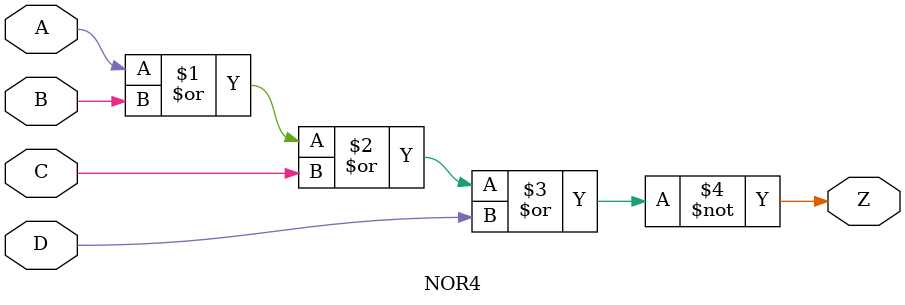
<source format=v>
module DFF(
            A,
			B,
			C,
			Z);
input A;
input B;
input C;
output Z;

reg Z;

always@(posedge B or posedge C)
begin
    if(C==1'b1)
	    Z<=  {$random} % 2;
	else
        Z <= A;
end

endmodule



module NOT(
            A,
			Z
			);
			
input A;
output Z;			

wire Z;
assign Z= ~A;

endmodule

module AND2(
            A,
			B,
			Z
			);
			
input A;
input B;
output Z;			

wire Z;
assign Z= A&B;

endmodule

module XOR2(
            A,
			B,
			Z
			);
			
input A;
input B;
output Z;			

wire Z;
assign Z= A^B;

endmodule

module AND3(
            A,
			B,
			C,
			Z
			);
			
input A;
input B;
input C;
output Z;			

wire Z;
assign Z= A&B&C;

endmodule

module AND4(
            A,
			B,
			C,
			D,
			Z
			);
			
input A;
input B;
input C;
input D;
output Z;			

wire Z;
assign Z= A&B&C&D;

endmodule


module AND5(
            A,
			B,
			C,
			D,
			E,
			Z
			);
			
input A;
input B;
input C;
input D;
input E;
output Z;			

wire Z;
assign Z= A&B&C&D&E;

endmodule

module NAND2(
            A,
			B,
			Z
			);
			
input A;
input B;
output Z;			

wire Z;
assign Z= ~(A&B);

endmodule

module NAND3(
            A,
			B,
			C,
			Z
			);
			
input A;
input B;
input C;
output Z;			

wire Z;
assign Z=~(A&B&C);

endmodule

module NAND4(
            A,
			B,
			C,
			D,
			Z
			);
			
input A;
input B;
input C;
input D;
output Z;			

wire Z;
assign Z= ~(A&B&C&D);

endmodule





module OR2(
            A,
			B,
			Z
			);
			
input A;
input B;
output Z;			

wire Z;
assign Z= A|B;

endmodule

module OR3(
            A,
			B,
			C,
			Z
			);
			
input A;
input B;
input C;
output Z;			

wire Z;
assign Z= A|B|C;

endmodule

module OR4(
            A,
			B,
			C,
			D,
			Z
			);
			
input A;
input B;
input C;
input D;
output Z;			

wire Z;
assign Z= A|B|C|D;

endmodule

module OR5(
            A,
			B,
			C,
			D,
			E,
			Z
			);
			
input A;
input B;
input C;
input D;
input E;
output Z;			

wire Z;
assign Z= A|B|C|D|E;

endmodule

module NOR2(
            A,
			B,
			Z
			);
			
input A;
input B;
output Z;			

wire Z;
assign Z= ~(A|B);

endmodule

module NOR3(
            A,
			B,
			C,
			Z
			);
			
input A;
input B;
input C;
output Z;			

wire Z;
assign Z=~(A|B|C);

endmodule

module NOR4(
            A,
			B,
			C,
			D,
			Z
			);
			
input A;
input B;
input C;
input D;
output Z;			

wire Z;
assign Z= ~(A|B|C|D);

endmodule













</source>
